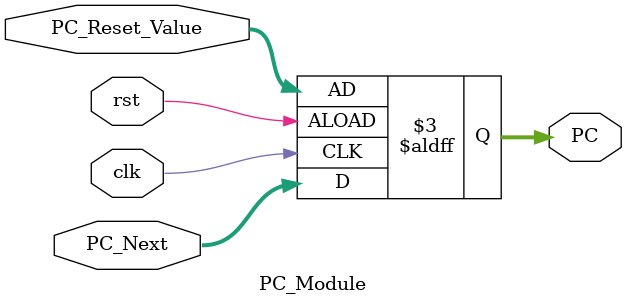
<source format=v>
`default_nettype none

/**
 * Program Counter (PC) Register (Modern Verilog-2001 Style)
 *
 * This version uses an ANSI-style port header to fix the
 * `default_nettype none` compilation errors.
 */
module PC_Module (
    // Inputs
    input  wire        clk,
    input  wire        rst,       // Active-high reset
    input  wire [31:0] PC_Next, // The next PC value
    // Parameterize reset value to match hart RESET_ADDR
    input  wire [31:0] PC_Reset_Value,

    // Output
    // 'PC' must be 'output reg' because it is assigned
    // inside an always @(posedge clk) block.
    output reg  [31:0] PC        // The current PC value
);

    // Asynchronous reset to align with other pipeline regs using async reset
    always @(posedge clk or posedge rst) begin
        if (rst == 1'b1)
            PC <= PC_Reset_Value;
        else
            PC <= PC_Next;
    end
    
endmodule

`default_nettype wire

</source>
